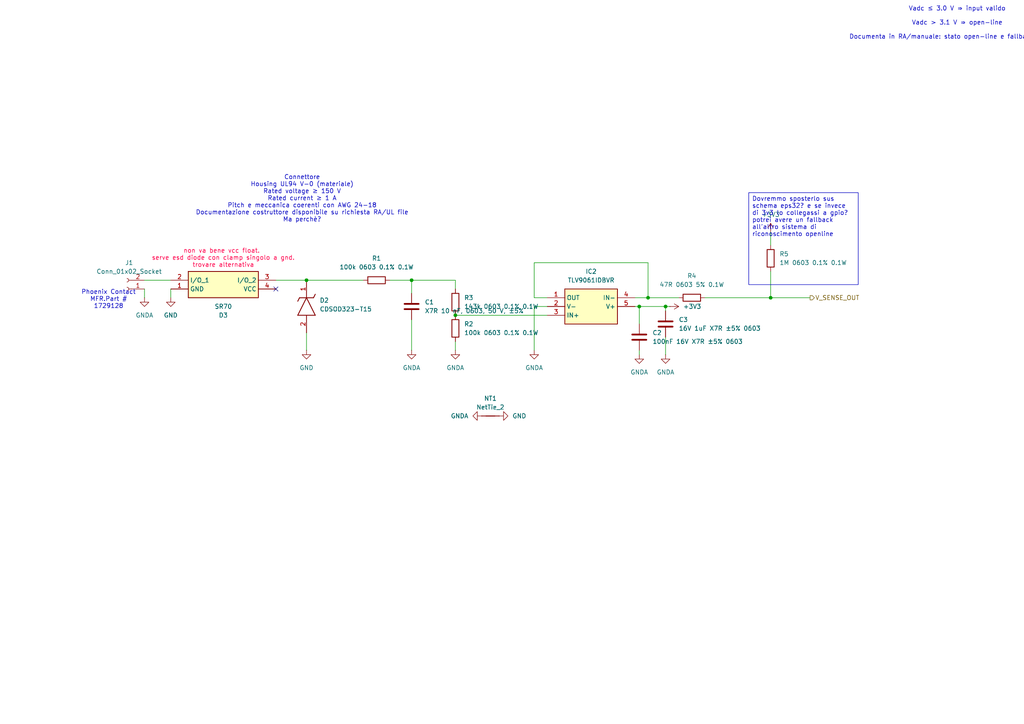
<source format=kicad_sch>
(kicad_sch (version 20250114) (generator "eeschema") (generator_version "9.0")
  (paper "A4")
  (lib_symbols
    (symbol "Connector:Conn_01x02_Socket" (pin_names (offset 1.016) (hide yes))
      (property "Reference" "J" (at 0 2.54 0))
      (property "Value" "Conn_01x02_Socket" (at 0 -5.08 0))
      (symbol "Conn_01x02_Socket_1_1"
        (polyline (pts (xy -1.27 0) (xy -0.508 0)) (stroke (width 0.1524)))
        (polyline (pts (xy -1.27 -2.54) (xy -0.508 -2.54)) (stroke (width 0.1524)))
        (arc (start 0 -0.508) (mid -0.5058 0) (end 0 0.508) (stroke (width 0.1524)))
        (arc (start 0 -3.048) (mid -0.5058 -2.54) (end 0 -2.032) (stroke (width 0.1524)))
        (pin passive line (at -5.08 0 0) (length 3.81) (name "Pin_1") (number "1"))
        (pin passive line (at -5.08 -2.54 0) (length 3.81) (name "Pin_2") (number "2"))
      )
    )
    (symbol "Device:C" (pin_numbers (hide yes)) (pin_names (offset 0.254))
      (property "Reference" "C" (at 0.635 2.54 0))
      (property "Value" "C" (at 0.635 -2.54 0))
      (symbol "C_0_1"
        (polyline (pts (xy -2.032 0.762) (xy 2.032 0.762)) (stroke (width 0.508)))
        (polyline (pts (xy -2.032 -0.762) (xy 2.032 -0.762)) (stroke (width 0.508)))
      )
      (symbol "C_1_1"
        (pin passive line (at 0 3.81 270) (length 2.794) (name "~") (number "1"))
        (pin passive line (at 0 -3.81 90) (length 2.794) (name "~") (number "2"))
      )
    )
    (symbol "Device:NetTie_2" (pin_numbers (hide yes)) (pin_names (offset 0) (hide yes)) (in_bom no)
      (property "Reference" "NT" (at 0 1.27 0))
      (property "Value" "NetTie_2" (at 0 -1.27 0))
      (symbol "NetTie_2_0_1"
        (polyline (pts (xy -1.27 0) (xy 1.27 0)) (stroke (width 0.254)))
      )
      (symbol "NetTie_2_1_1"
        (pin passive line (at -2.54 0 0) (length 2.54) (name "1") (number "1"))
        (pin passive line (at 2.54 0 180) (length 2.54) (name "2") (number "2"))
      )
    )
    (symbol "Device:R" (pin_numbers (hide yes)) (pin_names (offset 0))
      (property "Reference" "R" (at 2.032 0 90))
      (property "Value" "R" (at 0 0 90))
      (symbol "R_0_1"
        (rectangle (start -1.016 -2.54) (end 1.016 2.54) (stroke (width 0.254)))
      )
      (symbol "R_1_1"
        (pin passive line (at 0 3.81 270) (length 1.27) (name "~") (number "1"))
        (pin passive line (at 0 -3.81 90) (length 1.27) (name "~") (number "2"))
      )
    )
    (symbol "SamacSys_Parts:CDSOD323-T15" (pin_names (hide yes))
      (property "Reference" "D" (at 10.16 8.89 0))
      (property "Value" "CDSOD323-T15" (at 10.16 6.35 0))
      (symbol "CDSOD323-T15_1_1"
        (polyline (pts (xy 4.064 2.54) (xy 5.08 2.032)) (stroke (width 0.254)))
        (polyline (pts (xy 5.08 0) (xy 10.16 2.54)) (stroke (width 0.254)))
        (polyline (pts (xy 5.08 -2.032) (xy 5.08 2.032)) (stroke (width 0.254)))
        (polyline (pts (xy 5.08 -2.032) (xy 6.096 -2.54)) (stroke (width 0.254)))
        (polyline (pts (xy 10.16 -2.54) (xy 5.08 0)) (stroke (width 0.254)))
        (polyline (pts (xy 10.16 -2.54) (xy 10.16 2.54)) (stroke (width 0.254)))
        (pin passive line (at 0 0 0) (length 5.08) (name "K") (number "1"))
        (pin passive line (at 15.24 0 180) (length 5.08) (name "A") (number "2"))
      )
    )
    (symbol "SamacSys_Parts:SR70"
      (property "Reference" "D" (at 26.67 7.62 0))
      (property "Value" "SR70" (at 26.67 5.08 0))
      (symbol "SR70_1_1"
        (rectangle (start 5.08 2.54) (end 25.4 -5.08) (stroke (width 0.254)) (fill (type background)))
        (pin passive line (at 0 0 0) (length 5.08) (name "GND") (number "1"))
        (pin passive line (at 0 -2.54 0) (length 5.08) (name "I/O_1") (number "2"))
        (pin passive line (at 30.48 0 180) (length 5.08) (name "VCC") (number "4"))
        (pin passive line (at 30.48 -2.54 180) (length 5.08) (name "I/O_2") (number "3"))
      )
    )
    (symbol "SamacSys_Parts:TLV9061IDBVR"
      (property "Reference" "IC" (at 21.59 7.62 0))
      (property "Value" "TLV9061IDBVR" (at 21.59 5.08 0))
      (symbol "TLV9061IDBVR_1_1"
        (rectangle (start 5.08 2.54) (end 20.32 -7.62) (stroke (width 0.254)) (fill (type background)))
        (pin passive line (at 0 0 0) (length 5.08) (name "OUT") (number "1"))
        (pin passive line (at 0 -2.54 0) (length 5.08) (name "V-") (number "2"))
        (pin passive line (at 0 -5.08 0) (length 5.08) (name "IN+") (number "3"))
        (pin passive line (at 25.4 0 180) (length 5.08) (name "IN-") (number "4"))
        (pin passive line (at 25.4 -2.54 180) (length 5.08) (name "V+") (number "5"))
      )
    )
    (symbol "power:+3V3" (power) (pin_numbers (hide yes)) (pin_names (offset 0) (hide yes))
      (property "Value" "+3V3" (at 0 3.556 0))
      (symbol "+3V3_0_1"
        (polyline (pts (xy -0.762 1.27) (xy 0 2.54)))
        (polyline (pts (xy 0 2.54) (xy 0.762 1.27)))
        (polyline (pts (xy 0 0) (xy 0 2.54)))
      )
      (symbol "+3V3_1_1"
        (pin power_in line (at 0 0 90) (length 0) (name "~") (number "1"))
      )
    )
    (symbol "power:GND" (power) (pin_numbers (hide yes)) (pin_names (offset 0) (hide yes))
      (property "Value" "GND" (at 0 -3.81 0))
      (symbol "GND_0_1"
        (polyline (pts (xy 0 0) (xy 0 -1.27) (xy 1.27 -1.27) (xy 0 -2.54) (xy -1.27 -1.27) (xy 0 -1.27)))
      )
      (symbol "GND_1_1"
        (pin power_in line (at 0 0 270) (length 0) (name "~") (number "1"))
      )
    )
    (symbol "power:GNDA" (power) (pin_numbers (hide yes)) (pin_names (offset 0) (hide yes))
      (property "Value" "GNDA" (at 0 -3.81 0))
      (symbol "GNDA_0_1"
        (polyline (pts (xy 0 0) (xy 0 -1.27) (xy 1.27 -1.27) (xy 0 -2.54) (xy -1.27 -1.27) (xy 0 -1.27)))
      )
      (symbol "GNDA_1_1"
        (pin power_in line (at 0 0 270) (length 0) (name "~") (number "1"))
      )
    )
  )
  (text "Rilevamento linea 0-10 V non presente - Alternative e scelta progettuale\n\nIl rilevamento della presenza della linea di comando 0-10 V può essere implementato con diverse strategie, ciascuna con specifici compromessi tra semplicità hardware, affidabilità e robustezza di sistema.\n\n1) Pull-down passivo (fail-safe)- AMBIGUO\nL'aggiunta di un resistore ad alto valore verso GND (tipicamente ~1 MΩ) forza la linea a 0 V in caso di linea aperta.\nQuesta soluzione è semplice e robusta e garantisce un comportamento fail-safe (open line → 0%), ma non consente di distinguere in modo certo tra una linea realmente a 0 V e una linea scollegata.\n\n2) Bias fisso della linea - possibilità!\nLa linea viene polarizzata verso un valore intermedio o definito tramite resistori ad alta impedenza. In caso di linea aperta, il nodo assume un valore \"non valido\" riconoscibile via firmware.\nQuesta tecnica permette il rilevamento hardware dell'open line, ma può influenzare sorgenti 0-10 V esterne e introduce ambiguità in presenza di driver con pull-up interni.\n\n3) Misura di impedenza / corrente - difficile\nLa presenza della linea viene dedotta iniettando una corrente nota o misurando l'impedenza del nodo. È una soluzione robusta e industriale, ma richiede hardware aggiuntivo e maggiore complessità di validazione.\n\n4) Pull-down + test attivo con weak pull-up (soluzione adottata)\nLa linea è mantenuta fail-safe tramite un pull-down ad alta impedenza. Periodicamente, il firmware abilita per un tempo limitato un pull-up molto debole (tramite GPIO e resistore nell'ordine dei MΩ).\nSe la tensione sul nodo varia in modo misurabile, la linea è da considerarsi scollegata o ad alta impedenza; se rimane stabile, la linea è pilotata da una sorgente esterna.\nSe abilito un weak pull-up per un breve intervallo e NON vedo una variazione significativa di tensione (ΔV) entro un tempo ΔT, allora la linea 0-10 V è pilotata da una sorgente esterna ed è quindi collegata.\n\nQuesta soluzione rappresenta il miglior compromesso perché:\n\nmantiene un comportamento sicuro e prevedibile in condizioni normali;\n\nnon influenza il funzionamento dei driver 0-10 V esterni;\n\nconsente una distinzione affidabile tra \"0 V reale\" e \"linea non presente\";\n\nintroduce complessità minima e nessun impatto EMC significativo.\n\nPer questi motivi, il rilevamento tramite test attivo con weak pull-up è considerato la scelta più robusta e flessibile per applicazioni 0-10 V in ambito lighting e building control." (at -1.778 -119.126 0) (effects (font (size 1.27 1.27)) (justify left)))
  (text "Ragionamento progettuale “filato” (open-line a 3V3)\n1) Problema da risolvere\n\nQuando la linea 0–10 V è scollegata, il nodo di misura può risultare floating (rumore, EMI, leakage). Questo è pessimo perché:\n\nrende la lettura non deterministica,\n\ncomplica il firmware,\n\ncrea edge case in validazione e compliance.\n\nQuindi serve uno stato open-line definito.\n\n2) Scelta di design: forzare open-line alto (3V3)\n\nInvece di far collassare open-line a 0 V, scegli di polarizzare il nodo di misura verso 3.3 V con un pull-up molto debole.\n\nIn pratica:\n\nlinea scollegata ⇒ il nodo va a 3.3 V ⇒ firmware lo interpreta come “input not present”\n\nlinea collegata ⇒ il nodo resta nel range valido derivato dal partitore (es. 0–2.9 V) ⇒ firmware lo interpreta come “input present”\n\nQuesto elimina ogni ambiguità legata al floating.\n\n3) Condizione fondamentale: dove metti il pull-up\n\nIl punto chiave per non creare problemi (anche in certificazione) è non iniettare corrente verso la linea esterna.\n\nPer questo:\n\nil pull-up va messo solo sul nodo interno, cioè post-buffer, vicino all’ADC,\n\nnon sul lato connettore / prima del partitore.\n\nSchema concettuale:\n\nPartitore → OPA follower → VBUF ── Rout (47Ω) → ADC\n                         │\n                         └─ Rpullup (1–2.2 MΩ) → 3.3 V\n\n\nCosì:\n\nil bias resta “interno” e controllato,\n\nnon back-feedi il cablaggio 0–10 V.\n\n4) Perché funziona (senza test)\n\nLa logica è puramente di “dominanza di impedenza”:\n\ncon linea open, l’op-amp/ADC node non è pilotato da nulla → il pull-up (anche debolissimo) lo porta alto;\n\ncon linea presente, l’op-amp sta bufferizzando un valore reale (0–2.9 V circa) e “tiene” il nodo, quindi il pull-up non sposta la misura in modo significativo.\n\nIl pull-up è scelto nell’ordine dei MΩ proprio per essere:\n\nabbastanza forte da definire lo stato open,\n\nabbastanza debole da non disturbare il nodo quando è pilotato.\n\n5) Soglie firmware (per evitare ambiguità)\n\nPer rendere la semantica inattaccabile:\n\ndefinisci un range “valido” sotto il massimo atteso (es. fino a 3.0 V),\n\ndefinisci open-line sopra una soglia alta (es. >3.1 V).\n\nQuesto funziona bene perché:\n\nil tuo full-scale reale con 10 V è ~2.9 V (o più basso se c’è Rseries in serie),\n\nquindi hai un margine di separazione.\n\n6) Impatto su certificazione: cosa conta davvero\n\nQuesta scelta non è un “red flag” di per sé. In review e test contano tre cose:\n\nNessun backfeed verso il connettore\n→ garantito posizionando Rpullup post-buffer.\n\nComportamento deterministico in fault/open\n→ open-line definito a 3.3 V è deterministico (meglio del floating).\n\nGestione dello stato in firmware documentata\n→ “ADC > soglia ⇒ input non presente ⇒ comportamento definito”.\n\nIn pratica, è una soluzione difendibile se progettata e documentata con disciplina.\n\n7) Decisione finale (implementazione)\n\nImplementa Rpullup = 1 MΩ (baseline) o 2.2 MΩ (più conservativa) verso 3.3 V sul nodo ADC/bufferizzato.\n\nDefinisci in firmware:\n\nVadc ≤ 3.0 V ⇒ input valido\n\nVadc > 3.1 V ⇒ open-line\n\nDocumenta in RA/manuale: stato open-line e fallback behavior" (at 277.622 -92.456 0) (effects (font (size 1.27 1.27))))
  (text "Phoenix Contact\nMFR.Part #\n1729128" (at 31.496 86.868 0) (effects (font (size 1.27 1.27))))
  (text "Connettore\nHousing UL94 V-0 (materiale)\nRated voltage ≥ 150 V\nRated current ≥ 1 A\nPitch e meccanica coerenti con AWG 24-18\nDocumentazione costruttore disponibile su richiesta RA/UL file\nMa perchè?" (at 87.63 57.658 0) (effects (font (size 1.27 1.27))))
  (text "non va bene vcc float. \nserve esd diode con clamp singolo a gnd.\ntrovare alternativa" (at 64.77 74.93 0) (effects (font (size 1.27 1.27))))
  (text_box "Dovremmo sposterlo sus schema eps32? e se invece di 3v3 lo collegassi a gpio? potrei avere un fallback all'altro sistema di riconoscimento openline" (at 217.17 55.88 0) (size 31.75 26.67) (margins 0.9525 0.9525 0.9525 0.9525) (effects (font (size 1.27 1.27)) (justify left top)))
  (junction (at 88.9 81.28))
  (junction (at 187.96 86.36))
  (junction (at 223.52 86.36))
  (junction (at 119.38 81.28))
  (junction (at 185.42 88.9))
  (junction (at 193.04 88.9))
  (junction (at 132.08 91.44))
  (no_connect (at 80.01 83.82))
  (wire (pts (xy 41.91 83.82) (xy 41.91 86.36)))
  (wire (pts (xy 119.38 81.28) (xy 119.38 85.09)))
  (wire (pts (xy 185.42 88.9) (xy 185.42 93.98)))
  (wire (pts (xy 187.96 86.36) (xy 184.15 86.36)))
  (wire (pts (xy 187.96 76.2) (xy 154.94 76.2)))
  (wire (pts (xy 88.9 81.28) (xy 105.41 81.28)))
  (wire (pts (xy 154.94 76.2) (xy 154.94 86.36)))
  (wire (pts (xy 193.04 88.9) (xy 194.31 88.9)))
  (wire (pts (xy 223.52 86.36) (xy 234.95 86.36)))
  (wire (pts (xy 132.08 81.28) (xy 132.08 83.82)))
  (wire (pts (xy 193.04 97.79) (xy 193.04 102.87)))
  (wire (pts (xy 154.94 86.36) (xy 158.75 86.36)))
  (wire (pts (xy 187.96 86.36) (xy 187.96 76.2)))
  (wire (pts (xy 193.04 88.9) (xy 193.04 90.17)))
  (wire (pts (xy 41.91 81.28) (xy 49.53 81.28)))
  (wire (pts (xy 223.52 67.31) (xy 223.52 71.12)))
  (wire (pts (xy 113.03 81.28) (xy 119.38 81.28)))
  (wire (pts (xy 204.47 86.36) (xy 223.52 86.36)))
  (wire (pts (xy 184.15 88.9) (xy 185.42 88.9)))
  (wire (pts (xy 185.42 88.9) (xy 193.04 88.9)))
  (wire (pts (xy 49.53 86.36) (xy 49.53 83.82)))
  (wire (pts (xy 154.94 88.9) (xy 154.94 101.6)))
  (wire (pts (xy 187.96 86.36) (xy 196.85 86.36)))
  (wire (pts (xy 119.38 101.6) (xy 119.38 92.71)))
  (wire (pts (xy 80.01 81.28) (xy 88.9 81.28)))
  (wire (pts (xy 223.52 78.74) (xy 223.52 86.36)))
  (wire (pts (xy 132.08 91.44) (xy 158.75 91.44)))
  (wire (pts (xy 185.42 101.6) (xy 185.42 102.87)))
  (wire (pts (xy 132.08 101.6) (xy 132.08 99.06)))
  (wire (pts (xy 88.9 101.6) (xy 88.9 96.52)))
  (wire (pts (xy 119.38 81.28) (xy 132.08 81.28)))
  (wire (pts (xy 158.75 88.9) (xy 154.94 88.9)))
  (hierarchical_label "V_SENSE_OUT" (shape output) (at 234.95 86.36 0))
  (symbol (lib_id "SamacSys_Parts:CDSOD323-T15") (at 88.9 81.28 270) (unit 1)
    (property "Reference" "D2" (at 92.71 87.1219 90) (effects (justify left)))
    (property "Value" "CDSOD323-T15" (at 92.71 89.6619 90) (effects (justify left)))
    (property "Footprint" "SamacSys_Parts:CDSOD323T15" (effects (hide yes)))
    (property "Datasheet" "https://www.bourns.com/docs/Product-Datasheets/CDSOD323-TxxC.PDF" (effects (hide yes)))
    (property "Description" "ESD Suppressor TVS 15V 2-Pin SOD-323" (effects (hide yes)))
    (property "Height" "1.14" (effects (hide yes)))
    (property "Manufacturer_Name" "Bourns" (effects (hide yes)))
    (property "Manufacturer_Part_Number" "CDSOD323-T15" (effects (hide yes)))
    (property "Mouser Part Number" "652-CDSOD323-T15" (effects (hide yes)))
    (property "Mouser Price/Stock" "https://www.mouser.co.uk/ProductDetail/Bourns/CDSOD323-T15?qs=N%252BiqXe0%252BQtt34P2RfDvduA%3D%3D" (effects (hide yes)))
    (property "Arrow Part Number" "CDSOD323-T15" (effects (hide yes)))
    (property "Arrow Price/Stock" "https://www.arrow.com/en/products/cdsod323-t15/bourns" (effects (hide yes)))
  )
  (symbol (lib_id "Device:R") (at 223.52 74.93 0) (unit 1)
    (property "Reference" "R5" (at 226.06 73.6599 0) (effects (justify left)))
    (property "Value" "1M 0603 0.1% 0.1W" (at 226.06 76.1999 0) (effects (justify left)))
    (property "Footprint" "Resistor_SMD:R_0603_1608Metric_Pad0.98x0.95mm_HandSolder" (effects (hide yes)))
    (property "Description" "Resistor" (effects (hide yes)))
    (property "MPN" "RT0603BRD071ML" (effects (hide yes)))
    (property "Manifacturer" "YAGEO" (effects (hide yes)))
  )
  (symbol (lib_id "power:GNDA") (at 185.42 102.87 0) (unit 1)
    (property "Reference" "#PWR09" (effects (hide yes)))
    (property "Value" "GNDA" (at 185.42 107.95 0))
    (property "Description" "Power symbol creates a global label with name \"GNDA\" , analog ground" (effects (hide yes)))
  )
  (symbol (lib_id "power:GNDA") (at 193.04 102.87 0) (unit 1)
    (property "Reference" "#PWR010" (effects (hide yes)))
    (property "Value" "GNDA" (at 193.04 107.95 0))
    (property "Description" "Power symbol creates a global label with name \"GNDA\" , analog ground" (effects (hide yes)))
  )
  (symbol (lib_id "power:GNDA") (at 139.7 120.65 270) (unit 1)
    (property "Reference" "#PWR05" (effects (hide yes)))
    (property "Value" "GNDA" (at 135.89 120.6499 90) (effects (justify right)))
    (property "Description" "Power symbol creates a global label with name \"GNDA\" , analog ground" (effects (hide yes)))
  )
  (symbol (lib_id "SamacSys_Parts:SR70") (at 49.53 83.82 0) (mirror x) (unit 1)
    (property "Reference" "D3" (at 64.77 91.44 0))
    (property "Value" "SR70" (at 64.77 88.9 0))
    (property "Footprint" "SamacSys_Parts:SR70" (effects (hide yes)))
    (property "Datasheet" "https://semtech.my.salesforce.com/sfc/p/E0000000JelG/a/44000000MCnk/NVmsteGoM4UAaX6hoGpvgktJ4xwPqA4OLClS_.gLyE4" (effects (hide yes)))
    (property "Description" "RailClamp Low-Capacitance TVS Diode Array" (effects (hide yes)))
    (property "Height" "1.22" (effects (hide yes)))
    (property "Manufacturer_Name" "SEMTECH" (effects (hide yes)))
    (property "Manufacturer_Part_Number" "SR70" (effects (hide yes)))
  )
  (symbol (lib_id "Device:R") (at 109.22 81.28 90) (unit 1)
    (property "Reference" "R1" (at 109.22 74.93 90))
    (property "Value" "100k 0603 0.1% 0.1W" (at 109.22 77.47 90))
    (property "Footprint" "Resistor_SMD:R_0603_1608Metric_Pad0.98x0.95mm_HandSolder" (effects (hide yes)))
    (property "Description" "Resistor" (effects (hide yes)))
    (property "MPN" "RT0603BRD07100KL" (effects (hide yes)))
    (property "Manifacturer" "YAGEO" (effects (hide yes)))
  )
  (symbol (lib_id "power:GNDA") (at 41.91 86.36 0) (unit 1)
    (property "Reference" "#PWR01" (effects (hide yes)))
    (property "Value" "GNDA" (at 41.91 91.44 0))
    (property "Description" "Power symbol creates a global label with name \"GNDA\" , analog ground" (effects (hide yes)))
  )
  (symbol (lib_id "Device:C") (at 185.42 97.79 0) (unit 1)
    (property "Reference" "C2" (at 189.23 96.5199 0) (effects (justify left)))
    (property "Value" "100nF 16V X7R ±5% 0603" (at 189.23 99.0599 0) (effects (justify left)))
    (property "Footprint" "Capacitor_SMD:C_0603_1608Metric_Pad1.08x0.95mm_HandSolder" (effects (hide yes)))
    (property "Description" "Unpolarized capacitor" (effects (hide yes)))
    (property "MPN" "CC0603JRX7R7BB104" (effects (hide yes)))
    (property "Manifacturer" "YAGEO" (effects (hide yes)))
  )
  (symbol (lib_id "Device:R") (at 132.08 87.63 180) (unit 1)
    (property "Reference" "R3" (at 134.62 86.3599 0) (effects (justify right)))
    (property "Value" "143k 0603 0.1% 0.1W" (at 134.62 88.8999 0) (effects (justify right)))
    (property "Footprint" "Resistor_SMD:R_0603_1608Metric_Pad0.98x0.95mm_HandSolder" (effects (hide yes)))
    (property "Description" "Resistor" (effects (hide yes)))
    (property "MPN" "RT0603BRD07143KL" (effects (hide yes)))
    (property "Manifacturer" "YAGEO" (effects (hide yes)))
  )
  (symbol (lib_id "power:GND") (at 144.78 120.65 90) (unit 1)
    (property "Reference" "#PWR06" (effects (hide yes)))
    (property "Value" "GND" (at 148.59 120.6499 90) (effects (justify right)))
    (property "Description" "Power symbol creates a global label with name \"GND\" , ground" (effects (hide yes)))
  )
  (symbol (lib_id "power:GNDA") (at 119.38 101.6 0) (unit 1)
    (property "Reference" "#PWR03" (effects (hide yes)))
    (property "Value" "GNDA" (at 119.38 106.68 0))
    (property "Description" "Power symbol creates a global label with name \"GNDA\" , analog ground" (effects (hide yes)))
  )
  (symbol (lib_id "Device:R") (at 132.08 95.25 180) (unit 1)
    (property "Reference" "R2" (at 134.62 93.9799 0) (effects (justify right)))
    (property "Value" "100k 0603 0.1% 0.1W" (at 134.62 96.5199 0) (effects (justify right)))
    (property "Footprint" "Resistor_SMD:R_0603_1608Metric_Pad0.98x0.95mm_HandSolder" (effects (hide yes)))
    (property "Description" "Resistor" (effects (hide yes)))
    (property "MPN" "RT0603BRD07100KL" (effects (hide yes)))
    (property "Manifacturer" "YAGEO" (effects (hide yes)))
  )
  (symbol (lib_id "power:GNDA") (at 132.08 101.6 0) (unit 1)
    (property "Reference" "#PWR04" (effects (hide yes)))
    (property "Value" "GNDA" (at 132.08 106.68 0))
    (property "Description" "Power symbol creates a global label with name \"GNDA\" , analog ground" (effects (hide yes)))
  )
  (symbol (lib_id "power:+3V3") (at 194.31 88.9 270) (unit 1)
    (property "Reference" "#PWR07" (effects (hide yes)))
    (property "Value" "+3V3" (at 198.12 88.8999 90) (effects (justify left)))
    (property "Description" "Power symbol creates a global label with name \"+3V3\"" (effects (hide yes)))
  )
  (symbol (lib_id "power:+3V3") (at 223.52 67.31 0) (unit 1)
    (property "Reference" "#PWR011" (effects (hide yes)))
    (property "Value" "+3V3" (at 223.52 62.23 0))
    (property "Description" "Power symbol creates a global label with name \"+3V3\"" (effects (hide yes)))
  )
  (symbol (lib_id "SamacSys_Parts:TLV9061IDBVR") (at 158.75 86.36 0) (unit 1)
    (property "Reference" "IC2" (at 171.45 78.74 0))
    (property "Value" "TLV9061IDBVR" (at 171.45 81.28 0))
    (property "Footprint" "SamacSys_Parts:SOT95P280X145-5N" (effects (hide yes)))
    (property "Datasheet" "http://www.ti.com/lit/gpn/tlv9061" (effects (hide yes)))
    (property "Description" "World\\'s Smallest Amp 10MHz, RRIO, 1.8V-5.5V op-amp delivers high performance for challenging systems" (effects (hide yes)))
    (property "Height" "1.45" (effects (hide yes)))
    (property "Manufacturer_Name" "Texas Instruments" (effects (hide yes)))
    (property "Manufacturer_Part_Number" "TLV9061IDBVR" (effects (hide yes)))
    (property "Mouser Part Number" "595-TLV9061IDBVR" (effects (hide yes)))
    (property "Mouser Price/Stock" "https://www.mouser.co.uk/ProductDetail/Texas-Instruments/TLV9061IDBVR?qs=w%2Fv1CP2dgqpra2GA6pq5aQ%3D%3D" (effects (hide yes)))
    (property "Arrow Part Number" "TLV9061IDBVR" (effects (hide yes)))
    (property "Arrow Price/Stock" "https://www.arrow.com/en/products/tlv9061idbvr/texas-instruments?region=nac" (effects (hide yes)))
  )
  (symbol (lib_id "Device:C") (at 193.04 93.98 0) (unit 1)
    (property "Reference" "C3" (at 196.85 92.7099 0) (effects (justify left)))
    (property "Value" "16V 1uF X7R ±5% 0603" (at 196.85 95.2499 0) (effects (justify left)))
    (property "Footprint" "Capacitor_SMD:C_0603_1608Metric_Pad1.08x0.95mm_HandSolder" (effects (hide yes)))
    (property "Description" "Unpolarized capacitor" (effects (hide yes)))
    (property "MPN" "CC0603JRX7R7BB105" (effects (hide yes)))
    (property "Manifacturer" "YAGEO" (effects (hide yes)))
  )
  (symbol (lib_id "power:GNDA") (at 154.94 101.6 0) (unit 1)
    (property "Reference" "#PWR08" (effects (hide yes)))
    (property "Value" "GNDA" (at 154.94 106.68 0))
    (property "Description" "Power symbol creates a global label with name \"GNDA\" , analog ground" (effects (hide yes)))
  )
  (symbol (lib_id "power:GND") (at 49.53 86.36 0) (unit 1)
    (property "Reference" "#PWR021" (effects (hide yes)))
    (property "Value" "GND" (at 49.53 91.44 0))
    (property "Description" "Power symbol creates a global label with name \"GND\" , ground" (effects (hide yes)))
  )
  (symbol (lib_id "Connector:Conn_01x02_Socket") (at 36.83 83.82 180) (unit 1)
    (property "Reference" "J1" (at 37.465 76.2 0))
    (property "Value" "Conn_01x02_Socket" (at 37.465 78.74 0))
    (property "Description" "Generic connector, single row, 01x02, script generated" (effects (hide yes)))
  )
  (symbol (lib_id "Device:C") (at 119.38 88.9 0) (unit 1)
    (property "Reference" "C1" (at 123.19 87.6299 0) (effects (justify left)))
    (property "Value" "X7R 10 nF, 0603, 50 V, ±5%" (at 123.19 90.1699 0) (effects (justify left)))
    (property "Footprint" "Capacitor_SMD:C_0603_1608Metric_Pad1.08x0.95mm_HandSolder" (effects (hide yes)))
    (property "Description" "Unpolarized capacitor" (effects (hide yes)))
    (property "MPN" "CC0603JRX7R9BB103" (effects (hide yes)))
    (property "Manifacturer" "YAGEO" (effects (hide yes)))
  )
  (symbol (lib_id "Device:R") (at 200.66 86.36 270) (unit 1)
    (property "Reference" "R4" (at 200.66 80.01 90))
    (property "Value" "47R 0603 5% 0.1W" (at 200.66 82.55 90))
    (property "Footprint" "Resistor_SMD:R_0603_1608Metric_Pad0.98x0.95mm_HandSolder" (effects (hide yes)))
    (property "Description" "Resistor" (effects (hide yes)))
    (property "MPN" "RC0603JR-0747RL " (effects (hide yes)))
    (property "Manifacturer" "YAGEO" (effects (hide yes)))
  )
  (symbol (lib_id "Device:NetTie_2") (at 142.24 120.65 0) (unit 1) (in_bom no)
    (property "Reference" "NT1" (at 142.24 115.57 0))
    (property "Value" "NetTie_2" (at 142.24 118.11 0))
    (property "Description" "Net tie, 2 pins" (effects (hide yes)))
  )
  (symbol (lib_id "power:GND") (at 88.9 101.6 0) (unit 1)
    (property "Reference" "#PWR02" (effects (hide yes)))
    (property "Value" "GND" (at 88.9 106.68 0))
    (property "Description" "Power symbol creates a global label with name \"GND\" , ground" (effects (hide yes)))
  )
)
</source>
